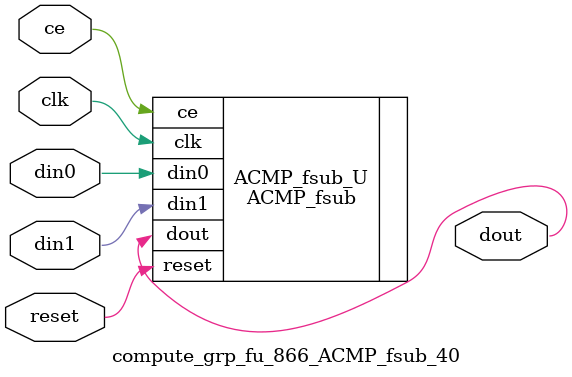
<source format=v>

`timescale 1 ns / 1 ps
module compute_grp_fu_866_ACMP_fsub_40(
    clk,
    reset,
    ce,
    din0,
    din1,
    dout);

parameter ID = 32'd1;
parameter NUM_STAGE = 32'd1;
parameter din0_WIDTH = 32'd1;
parameter din1_WIDTH = 32'd1;
parameter dout_WIDTH = 32'd1;
input clk;
input reset;
input ce;
input[din0_WIDTH - 1:0] din0;
input[din1_WIDTH - 1:0] din1;
output[dout_WIDTH - 1:0] dout;



ACMP_fsub #(
.ID( ID ),
.NUM_STAGE( 4 ),
.din0_WIDTH( din0_WIDTH ),
.din1_WIDTH( din1_WIDTH ),
.dout_WIDTH( dout_WIDTH ))
ACMP_fsub_U(
    .clk( clk ),
    .reset( reset ),
    .ce( ce ),
    .din0( din0 ),
    .din1( din1 ),
    .dout( dout ));

endmodule

</source>
